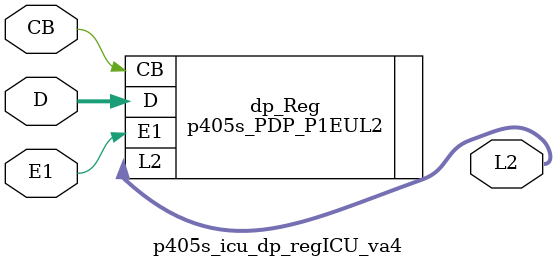
<source format=v>
module p405s_icu_dp_regICU_va4(
                     CB,
                     D,
                     E1,
                     L2
                    );

    input CB; 
    input [0:31] D; 
    input  E1; 
    output [0:31] L2; 

p405s_PDP_P1EUL2
 #(32, 1, 1, 1, 2, 0 ) dp_Reg (
                                         .CB  (CB),
                                         .D   (D),
                                         .E1  (E1),
                                         .L2  (L2)
                                         );

endmodule

</source>
